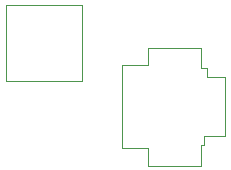
<source format=gbr>
%TF.GenerationSoftware,KiCad,Pcbnew,5.1.10*%
%TF.CreationDate,2021-09-11T14:18:55+02:00*%
%TF.ProjectId,alpaka_svg2shenzhen,616c7061-6b61-45f7-9376-67327368656e,rev?*%
%TF.SameCoordinates,Original*%
%TF.FileFunction,Other,User*%
%FSLAX46Y46*%
G04 Gerber Fmt 4.6, Leading zero omitted, Abs format (unit mm)*
G04 Created by KiCad (PCBNEW 5.1.10) date 2021-09-11 14:18:55*
%MOMM*%
%LPD*%
G01*
G04 APERTURE LIST*
%ADD10C,0.050000*%
G04 APERTURE END LIST*
D10*
%TO.C,D1*%
X97149200Y-45213200D02*
X97149200Y-51713200D01*
X97149200Y-51713200D02*
X90699200Y-51713200D01*
X90699200Y-51713200D02*
X90699200Y-45213200D01*
X90699200Y-45213200D02*
X97149200Y-45213200D01*
%TO.C,SW1*%
X102753600Y-48848000D02*
X107253600Y-48848000D01*
X107253600Y-48848000D02*
X107253600Y-50598000D01*
X107253600Y-50598000D02*
X107753600Y-50598000D01*
X107753600Y-50598000D02*
X107753600Y-51348000D01*
X107753600Y-51348000D02*
X109253600Y-51348000D01*
X109253600Y-51348000D02*
X109253600Y-56348000D01*
X109253600Y-56348000D02*
X107503600Y-56348000D01*
X107503600Y-56348000D02*
X107503600Y-57098000D01*
X107503600Y-57098000D02*
X107253600Y-57098000D01*
X107253600Y-57098000D02*
X107253600Y-58848000D01*
X107253600Y-58848000D02*
X102753600Y-58848000D01*
X102753600Y-58848000D02*
X102753600Y-57348000D01*
X102753600Y-57348000D02*
X100503600Y-57348000D01*
X100503600Y-57348000D02*
X100503600Y-50348000D01*
X100503600Y-50348000D02*
X102753600Y-50348000D01*
X102753600Y-50348000D02*
X102753600Y-48848000D01*
X102753600Y-48848000D02*
X102753600Y-48848000D01*
%TD*%
M02*

</source>
